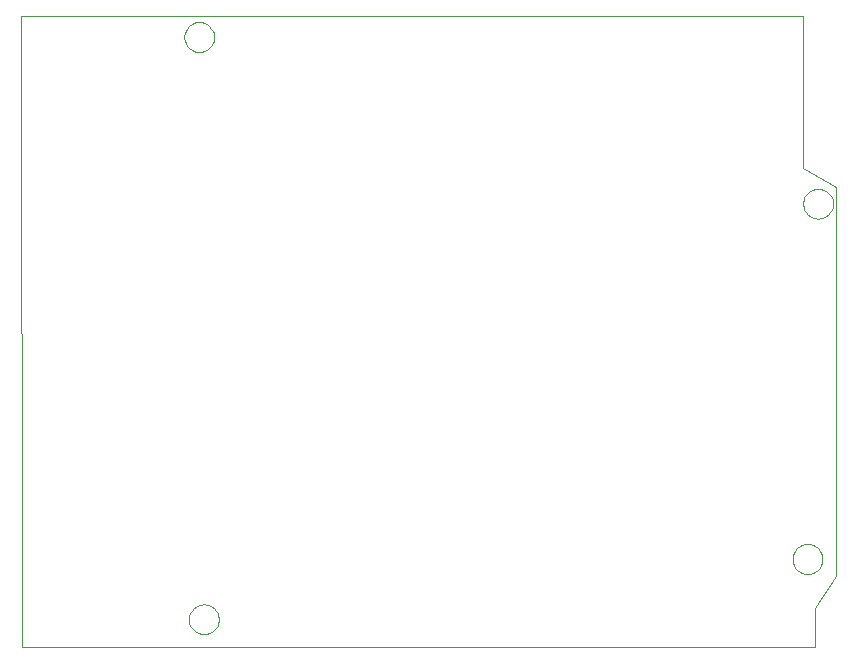
<source format=gbr>
G04 PROTEUS GERBER X2 FILE*
%TF.GenerationSoftware,Labcenter,Proteus,8.17-SP5-Build39395*%
%TF.CreationDate,2026-01-10T11:00:32+00:00*%
%TF.FileFunction,NonPlated,1,2,NPTH*%
%TF.FilePolarity,Positive*%
%TF.Part,Single*%
%TF.SameCoordinates,{bf2e7aaa-9c56-4ce5-bc4f-43878dba84a3}*%
%FSLAX45Y45*%
%MOMM*%
G01*
%TA.AperFunction,Profile*%
%ADD51C,0.101600*%
%TD.AperFunction*%
D51*
X+2700000Y+4900000D02*
X+2880000Y+5170000D01*
X+2700000Y+4570000D02*
X-4010000Y+4570000D01*
X-4020000Y+9910000D01*
X+2600000Y+9910000D01*
X+2600000Y+8620000D01*
X+2880000Y+8460000D01*
X+2880000Y+5170000D01*
X-2384640Y+9730249D02*
X-2385066Y+9740627D01*
X-2388528Y+9761385D01*
X-2395763Y+9782143D01*
X-2407557Y+9802901D01*
X-2425602Y+9823498D01*
X-2446360Y+9838972D01*
X-2467118Y+9848925D01*
X-2487876Y+9854691D01*
X-2508634Y+9856842D01*
X-2511260Y+9856869D01*
X-2637880Y+9730249D02*
X-2637454Y+9740627D01*
X-2633992Y+9761385D01*
X-2626757Y+9782143D01*
X-2614963Y+9802901D01*
X-2596918Y+9823498D01*
X-2576160Y+9838972D01*
X-2555402Y+9848925D01*
X-2534644Y+9854691D01*
X-2513886Y+9856842D01*
X-2511260Y+9856869D01*
X-2637880Y+9730249D02*
X-2637454Y+9719871D01*
X-2633992Y+9699113D01*
X-2626757Y+9678355D01*
X-2614963Y+9657597D01*
X-2596918Y+9637000D01*
X-2576160Y+9621526D01*
X-2555402Y+9611573D01*
X-2534644Y+9605807D01*
X-2513886Y+9603656D01*
X-2511260Y+9603629D01*
X-2384640Y+9730249D02*
X-2385066Y+9719871D01*
X-2388528Y+9699113D01*
X-2395763Y+9678355D01*
X-2407557Y+9657597D01*
X-2425602Y+9637000D01*
X-2446360Y+9621526D01*
X-2467118Y+9611573D01*
X-2487876Y+9605807D01*
X-2508634Y+9603656D01*
X-2511260Y+9603629D01*
X+2765360Y+5310249D02*
X+2764934Y+5320627D01*
X+2761472Y+5341385D01*
X+2754237Y+5362143D01*
X+2742443Y+5382901D01*
X+2724398Y+5403498D01*
X+2703640Y+5418972D01*
X+2682882Y+5428925D01*
X+2662124Y+5434691D01*
X+2641366Y+5436842D01*
X+2638740Y+5436869D01*
X+2512120Y+5310249D02*
X+2512546Y+5320627D01*
X+2516008Y+5341385D01*
X+2523243Y+5362143D01*
X+2535037Y+5382901D01*
X+2553082Y+5403498D01*
X+2573840Y+5418972D01*
X+2594598Y+5428925D01*
X+2615356Y+5434691D01*
X+2636114Y+5436842D01*
X+2638740Y+5436869D01*
X+2512120Y+5310249D02*
X+2512546Y+5299871D01*
X+2516008Y+5279113D01*
X+2523243Y+5258355D01*
X+2535037Y+5237597D01*
X+2553082Y+5217000D01*
X+2573840Y+5201526D01*
X+2594598Y+5191573D01*
X+2615356Y+5185807D01*
X+2636114Y+5183656D01*
X+2638740Y+5183629D01*
X+2765360Y+5310249D02*
X+2764934Y+5299871D01*
X+2761472Y+5279113D01*
X+2754237Y+5258355D01*
X+2742443Y+5237597D01*
X+2724398Y+5217000D01*
X+2703640Y+5201526D01*
X+2682882Y+5191573D01*
X+2662124Y+5185807D01*
X+2641366Y+5183656D01*
X+2638740Y+5183629D01*
X-2344640Y+4800249D02*
X-2345066Y+4810627D01*
X-2348528Y+4831385D01*
X-2355763Y+4852143D01*
X-2367557Y+4872901D01*
X-2385602Y+4893498D01*
X-2406360Y+4908972D01*
X-2427118Y+4918925D01*
X-2447876Y+4924691D01*
X-2468634Y+4926842D01*
X-2471260Y+4926869D01*
X-2597880Y+4800249D02*
X-2597454Y+4810627D01*
X-2593992Y+4831385D01*
X-2586757Y+4852143D01*
X-2574963Y+4872901D01*
X-2556918Y+4893498D01*
X-2536160Y+4908972D01*
X-2515402Y+4918925D01*
X-2494644Y+4924691D01*
X-2473886Y+4926842D01*
X-2471260Y+4926869D01*
X-2597880Y+4800249D02*
X-2597454Y+4789871D01*
X-2593992Y+4769113D01*
X-2586757Y+4748355D01*
X-2574963Y+4727597D01*
X-2556918Y+4707000D01*
X-2536160Y+4691526D01*
X-2515402Y+4681573D01*
X-2494644Y+4675807D01*
X-2473886Y+4673656D01*
X-2471260Y+4673629D01*
X-2344640Y+4800249D02*
X-2345066Y+4789871D01*
X-2348528Y+4769113D01*
X-2355763Y+4748355D01*
X-2367557Y+4727597D01*
X-2385602Y+4707000D01*
X-2406360Y+4691526D01*
X-2427118Y+4681573D01*
X-2447876Y+4675807D01*
X-2468634Y+4673656D01*
X-2471260Y+4673629D01*
X+2855396Y+8320499D02*
X+2854970Y+8330877D01*
X+2851508Y+8351635D01*
X+2844273Y+8372393D01*
X+2832479Y+8393151D01*
X+2814434Y+8413748D01*
X+2793676Y+8429222D01*
X+2772918Y+8439175D01*
X+2752160Y+8444941D01*
X+2731402Y+8447092D01*
X+2728776Y+8447119D01*
X+2602156Y+8320499D02*
X+2602582Y+8330877D01*
X+2606044Y+8351635D01*
X+2613279Y+8372393D01*
X+2625073Y+8393151D01*
X+2643118Y+8413748D01*
X+2663876Y+8429222D01*
X+2684634Y+8439175D01*
X+2705392Y+8444941D01*
X+2726150Y+8447092D01*
X+2728776Y+8447119D01*
X+2602156Y+8320499D02*
X+2602582Y+8310121D01*
X+2606044Y+8289363D01*
X+2613279Y+8268605D01*
X+2625073Y+8247847D01*
X+2643118Y+8227250D01*
X+2663876Y+8211776D01*
X+2684634Y+8201823D01*
X+2705392Y+8196057D01*
X+2726150Y+8193906D01*
X+2728776Y+8193879D01*
X+2855396Y+8320499D02*
X+2854970Y+8310121D01*
X+2851508Y+8289363D01*
X+2844273Y+8268605D01*
X+2832479Y+8247847D01*
X+2814434Y+8227250D01*
X+2793676Y+8211776D01*
X+2772918Y+8201823D01*
X+2752160Y+8196057D01*
X+2731402Y+8193906D01*
X+2728776Y+8193879D01*
X+2700000Y+4900000D02*
X+2700000Y+4570000D01*
M02*

</source>
